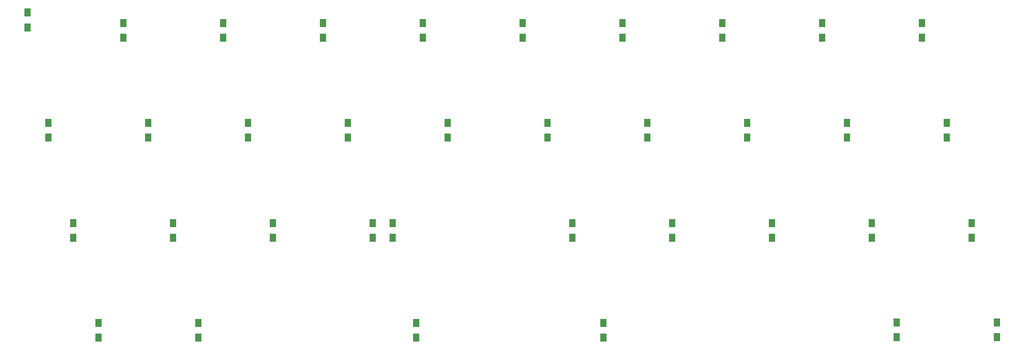
<source format=gbr>
G04 #@! TF.GenerationSoftware,KiCad,Pcbnew,(6.0.1-0)*
G04 #@! TF.CreationDate,2022-08-08T23:03:23-07:00*
G04 #@! TF.ProjectId,omega_4_solder,6f6d6567-615f-4345-9f73-6f6c6465722e,rev?*
G04 #@! TF.SameCoordinates,Original*
G04 #@! TF.FileFunction,Paste,Bot*
G04 #@! TF.FilePolarity,Positive*
%FSLAX46Y46*%
G04 Gerber Fmt 4.6, Leading zero omitted, Abs format (unit mm)*
G04 Created by KiCad (PCBNEW (6.0.1-0)) date 2022-08-08 23:03:23*
%MOMM*%
%LPD*%
G01*
G04 APERTURE LIST*
%ADD10R,1.200000X1.600000*%
G04 APERTURE END LIST*
D10*
X66200000Y-67100000D03*
X66200000Y-64300000D03*
X84475000Y-69125000D03*
X84475000Y-66325000D03*
X103525000Y-69125000D03*
X103525000Y-66325000D03*
X122600000Y-69125000D03*
X122600000Y-66325000D03*
X141625000Y-69125000D03*
X141625000Y-66325000D03*
X179750000Y-69125000D03*
X179750000Y-66325000D03*
X198775000Y-69125000D03*
X198775000Y-66325000D03*
X217825000Y-69125000D03*
X217825000Y-66325000D03*
X236875000Y-69125000D03*
X236875000Y-66325000D03*
X70175000Y-88175000D03*
X70175000Y-85375000D03*
X89225000Y-88175000D03*
X89225000Y-85375000D03*
X108275000Y-88175000D03*
X108275000Y-85375000D03*
X127350000Y-88175000D03*
X127350000Y-85375000D03*
X146375000Y-88175000D03*
X146375000Y-85375000D03*
X165425000Y-88175000D03*
X165425000Y-85375000D03*
X184475000Y-88175000D03*
X184475000Y-85375000D03*
X203525000Y-88175000D03*
X203525000Y-85375000D03*
X222575000Y-88175000D03*
X222575000Y-85375000D03*
X241625000Y-88175000D03*
X241625000Y-85375000D03*
X74925000Y-107250000D03*
X74925000Y-104450000D03*
X93975000Y-107250000D03*
X93975000Y-104450000D03*
X113025000Y-107250000D03*
X113025000Y-104450000D03*
X132075000Y-107250000D03*
X132075000Y-104450000D03*
X135908799Y-107250000D03*
X135908799Y-104450000D03*
X170200000Y-107250000D03*
X170200000Y-104450000D03*
X189250000Y-107250000D03*
X189250000Y-104450000D03*
X208300000Y-107250000D03*
X208300000Y-104450000D03*
X227350000Y-107250000D03*
X227350000Y-104450000D03*
X246375000Y-107250000D03*
X246375000Y-104450000D03*
X79700000Y-126300000D03*
X79700000Y-123500000D03*
X98750000Y-126300000D03*
X98750000Y-123500000D03*
X176125000Y-126300000D03*
X176125000Y-123500000D03*
X232075000Y-126275000D03*
X232075000Y-123475000D03*
X160675000Y-69125000D03*
X160675000Y-66325000D03*
X251150000Y-126275000D03*
X251150000Y-123475000D03*
X140370000Y-126300000D03*
X140370000Y-123500000D03*
M02*

</source>
